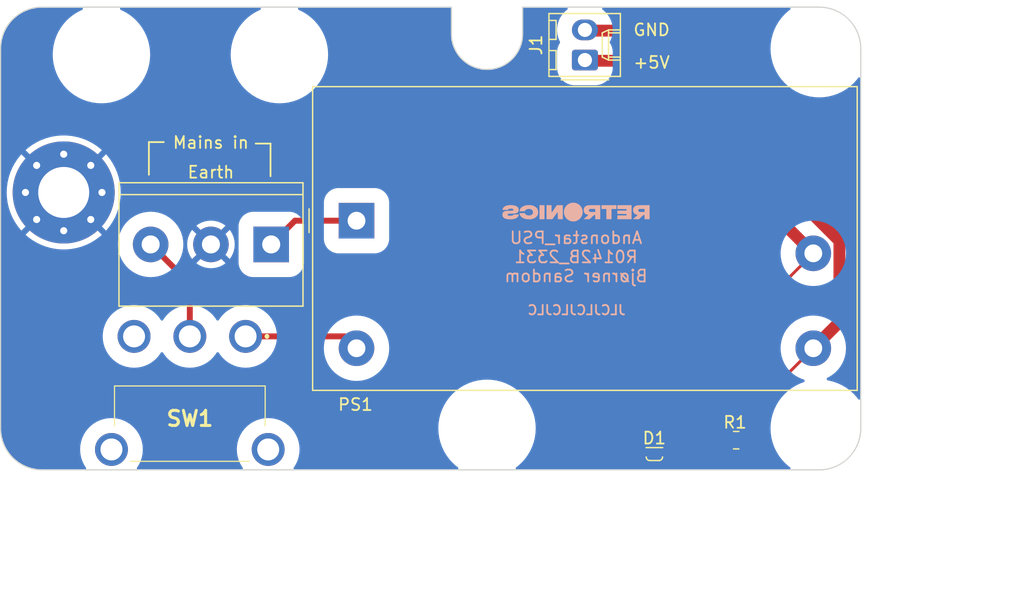
<source format=kicad_pcb>
(kicad_pcb (version 20221018) (generator pcbnew)
  (layers (0 "F.Cu" signal) (31 "B.Cu" signal) (34 "B.Paste" user) (35 "F.Paste" user) (36 "B.SilkS" user "B.Silkscreen") (37 "F.SilkS" user "F.Silkscreen") (38 "B.Mask" user) (39 "F.Mask" user) (44 "Edge.Cuts" user))
  (net 0 "")
  (net 1 "Net-(J2-Pin_1)")
  (net 2 "Net-(PS1-AC{slash}L)")
  (net 3 "GND")
  (net 4 "+5V")
  (net 5 "Net-(D1-K)")
  (net 7 "Net-(J2-Pin_3)")
  (net 8 "/Chassis")
  (footprint "MountingHole:MountingHole_3.2mm_M3" (layer "F.Cu") (at 135 70)
    (fp_text reference "H6" hide)
    (fp_text value "MountingHole")
    (pad "" np_thru_hole circle (at 0 0) (size 3.2 3.2) (drill 3.2) (layers "*.Cu" "*.Mask"))
  )
  (footprint "Connector_Molex:Molex_KK-254_AE-6410-02A_1x02_P2.54mm_Vertical" (layer "F.Cu") (at 160.75 70.4596 90)
    (fp_text reference "J1" (at 1.27 -4.12 90) (layer "F.SilkS"))
    (fp_text value "5V output")
    (fp_line (start -1.67 -2) (end -1.67 2) (stroke (width 0.12)) (layer "F.SilkS"))
    (fp_line (start -1.38 -3.03) (end -1.38 2.99) (stroke (width 0.12)) (layer "F.SilkS"))
    (fp_line (start -1.38 2.99) (end 3.92 2.99) (stroke (width 0.12)) (layer "F.SilkS"))
    (fp_line (start -0.8 -3.03) (end -0.8 -2.43) (stroke (width 0.12)) (layer "F.SilkS"))
    (fp_line (start -0.8 -2.43) (end 0.8 -2.43) (stroke (width 0.12)) (layer "F.SilkS"))
    (fp_line (start 0 1.99) (end 0.25 1.46) (stroke (width 0.12)) (layer "F.SilkS"))
    (fp_line (start 0 1.99) (end 2.54 1.99) (stroke (width 0.12)) (layer "F.SilkS"))
    (fp_line (start 0 2.99) (end 0 1.99) (stroke (width 0.12)) (layer "F.SilkS"))
    (fp_line (start 0.25 1.46) (end 2.29 1.46) (stroke (width 0.12)) (layer "F.SilkS"))
    (fp_line (start 0.25 2.99) (end 0.25 1.99) (stroke (width 0.12)) (layer "F.SilkS"))
    (fp_line (start 0.8 -2.43) (end 0.8 -3.03) (stroke (width 0.12)) (layer "F.SilkS"))
    (fp_line (start 1.74 -3.03) (end 1.74 -2.43) (stroke (width 0.12)) (layer "F.SilkS"))
    (fp_line (start 1.74 -2.43) (end 3.34 -2.43) (stroke (width 0.12)) (layer "F.SilkS"))
    (fp_line (start 2.29 1.46) (end 2.54 1.99) (stroke (width 0.12)) (layer "F.SilkS"))
    (fp_line (start 2.29 2.99) (end 2.29 1.99) (stroke (width 0.12)) (layer "F.SilkS"))
    (fp_line (start 2.54 1.99) (end 2.54 2.99) (stroke (width 0.12)) (layer "F.SilkS"))
    (fp_line (start 3.34 -2.43) (end 3.34 -3.03) (stroke (width 0.12)) (layer "F.SilkS"))
    (fp_line (start 3.92 -3.03) (end -1.38 -3.03) (stroke (width 0.12)) (layer "F.SilkS"))
    (fp_line (start 3.92 2.99) (end 3.92 -3.03) (stroke (width 0.12)) (layer "F.SilkS"))
    (pad "1" thru_hole roundrect (at 0 0 90) (size 1.74 2.19) (drill 1.19) (layers "*.Cu" "*.Mask") (roundrect_rratio 0.1436781609) (net 4 "+5V"))
    (pad "2" thru_hole oval (at 2.54 0 90) (size 1.74 2.19) (drill 1.19) (layers "*.Cu" "*.Mask") (net 3 "GND"))
  )
  (footprint "myDevices:LED_Everlight_Side_1x2.1mm" (layer "F.Cu") (at 167.705 103.426066 180)
    (fp_text reference "D1" (at 1.105 1.1 unlocked) (layer "F.SilkS"))
    (fp_text value "LED")
    (fp_line (start 0.4 0.3) (end 1.8 0.3) (stroke (width 0.12)) (layer "F.SilkS"))
    (fp_line (start 0.712133 -0.787868) (end 1.487867 -0.787868) (stroke (width 0.12)) (layer "F.SilkS"))
    (fp_arc (start 0.412133 -0.487868) (mid 0.5 -0.7) (end 0.712133 -0.787868) (stroke (width 0.12)) (layer "F.SilkS"))
    (fp_arc (start 1.487867 -0.787868) (mid 1.7 -0.700001) (end 1.787867 -0.487868) (stroke (width 0.12)) (layer "F.SilkS"))
    (pad "1" smd roundrect (at 0 0 180) (size 0.5 1) (layers "F.Cu" "F.Paste" "F.Mask") (net 5 "Net-(D1-K)"))
    (pad "2" smd roundrect (at 2.21 0 180) (size 0.5 1) (layers "F.Cu" "F.Paste" "F.Mask") (net 4 "+5V"))
  )
  (footprint "MountingHole:MountingHole_3.2mm_M3" (layer "F.Cu") (at 152.5 101.5)
    (fp_text reference "H4" hide)
    (fp_text value "MountingHole")
    (pad "" np_thru_hole circle locked (at 0 0) (size 3.2 3.2) (drill 3.2) (layers "*.Cu" "*.Mask"))
  )
  (footprint "myDevices:Converter_ACDC_MeanWell_IRM-10-xx_THT" (layer "F.Cu") (at 141.5 84)
    (fp_text reference "PS1" (at -0.0925 15.5 180) (layer "F.SilkS"))
    (fp_text value "IRM-10-5")
    (fp_line (start -4 -1) (end -4 1) (stroke (width 0.12)) (layer "F.SilkS"))
    (fp_line (start -3.7 -11.3) (end -3.7 14.3) (stroke (width 0.12)) (layer "F.SilkS"))
    (fp_line (start -3.7 -11.3) (end 42.2 -11.3) (stroke (width 0.12)) (layer "F.SilkS"))
    (fp_line (start -3.7 14.3) (end 42.2 14.3) (stroke (width 0.12)) (layer "F.SilkS"))
    (fp_line (start 42.2 -11.3) (end 42.2 14.3) (stroke (width 0.12)) (layer "F.SilkS"))
    (pad "1" thru_hole rect (at 0 0) (size 3 3) (drill 1.5) (layers "*.Cu" "*.Mask") (net 1 "Net-(J2-Pin_1)"))
    (pad "2" thru_hole circle (at 0 10.75) (size 3 3) (drill 1.5) (layers "*.Cu" "*.Mask") (net 2 "Net-(PS1-AC{slash}L)"))
    (pad "3" thru_hole circle (at 38.5 10.75) (size 3 3) (drill 1.5) (layers "*.Cu" "*.Mask") (net 3 "GND"))
    (pad "4" thru_hole circle (at 38.5 2.75) (size 3 3) (drill 1.5) (layers "*.Cu" "*.Mask") (net 4 "+5V"))
  )
  (footprint "MountingHole:MountingHole_3.2mm_M3" (layer "F.Cu") (at 120 70)
    (fp_text reference "H5" hide)
    (fp_text value "MountingHole")
    (pad "" np_thru_hole circle (at 0 0) (size 3.2 3.2) (drill 3.2) (layers "*.Cu" "*.Mask"))
  )
  (footprint "MountingHole:MountingHole_3.2mm_M3" (layer "F.Cu") (at 180.5 69.5)
    (fp_text reference "H2" hide)
    (fp_text value "MountingHole")
    (pad "" np_thru_hole circle locked (at 0 0) (size 3.2 3.2) (drill 3.2) (layers "*.Cu" "*.Mask"))
  )
  (footprint "MountingHole:MountingHole_3.2mm_M3" (layer "F.Cu") (at 180.5 101.5)
    (fp_text reference "H3" hide)
    (fp_text value "MountingHole")
    (pad "" np_thru_hole circle locked (at 0 0) (size 3.2 3.2) (drill 3.2) (layers "*.Cu" "*.Mask"))
  )
  (footprint "Retronics_Connectors:ScrewTerminal_DB128L-5.08-3P-BK-S" (layer "F.Cu") (at 134.3085 86 180)
    (fp_text reference "J2" hide)
    (fp_text value "Mains in")
    (fp_line (start -2.68 -5.2) (end -2.68 5.2) (stroke (width 0.12)) (layer "F.SilkS"))
    (fp_line (start -2.68 5.2) (end 12.83 5.2) (stroke (width 0.12)) (layer "F.SilkS"))
    (fp_line (start 12.78 4.2) (end -2.65 4.2) (stroke (width 0.12)) (layer "F.SilkS"))
    (fp_line (start 12.83 -5.2) (end -2.68 -5.2) (stroke (width 0.12)) (layer "F.SilkS"))
    (fp_line (start 12.83 5.2) (end 12.83 -5.2) (stroke (width 0.12)) (layer "F.SilkS"))
    (pad "1" thru_hole rect (at 0 0 180) (size 3 3) (drill 1.52) (layers "*.Cu" "*.Mask") (net 1 "Net-(J2-Pin_1)"))
    (pad "2" thru_hole circle (at 5.08 0 180) (size 3 3) (drill 1.52) (layers "*.Cu" "*.Mask") (net 8 "/Chassis"))
    (pad "3" thru_hole circle (at 10.16 0 180) (size 3 3) (drill 1.52) (layers "*.Cu" "*.Mask") (net 7 "Net-(J2-Pin_3)"))
  )
  (footprint "myDevices:1101M2S3ABE2" (layer "F.Cu") (at 132.15 93.75)
    (fp_text reference "SW1" (at -4.7 6.931) (layer "F.SilkS") (effects (font (size 1.27 1.27) (thickness 0.254))))
    (fp_text value "SW_SPDT" hide)
    (fp_line (start -11.05 4.18) (end 1.65 4.18) (stroke (width 0.1)) (layer "F.SilkS"))
    (fp_line (start -11.05 7.53) (end -11.05 4.18) (stroke (width 0.1)) (layer "F.SilkS"))
    (fp_line (start -9.7 10.53) (end 0.3 10.53) (stroke (width 0.1)) (layer "F.SilkS"))
    (fp_line (start 1.65 4.18) (end 1.65 7.53) (stroke (width 0.1)) (layer "F.SilkS"))
    (fp_line (start 1.8 -0.1) (end 1.8 -0.1) (stroke (width 0.2)) (layer "F.SilkS"))
    (fp_line (start 1.8 0.1) (end 1.8 0.1) (stroke (width 0.2)) (layer "F.SilkS"))
    (fp_arc (start 1.8 -0.1) (mid 1.9 0) (end 1.8 0.1) (stroke (width 0.2)) (layer "F.SilkS"))
    (fp_arc (start 1.8 0.1) (mid 1.7 0) (end 1.8 -0.1) (stroke (width 0.2)) (layer "F.SilkS"))
    (pad "1" thru_hole circle (at 0 0) (size 2.775 2.775) (drill 1.85) (layers "*.Cu" "*.Mask") (net 2 "Net-(PS1-AC{slash}L)"))
    (pad "2" thru_hole circle (at -4.7 0) (size 2.775 2.775) (drill 1.85) (layers "*.Cu" "*.Mask") (net 7 "Net-(J2-Pin_3)"))
    (pad "3" thru_hole circle (at -9.4 0) (size 2.775 2.775) (drill 1.85) (layers "*.Cu" "*.Mask"))
    (pad "4" thru_hole circle (at -11.305 9.53) (size 2.775 2.775) (drill 1.85) (layers "*.Cu" "*.Mask"))
    (pad "5" thru_hole circle (at 1.905 9.53) (size 2.775 2.775) (drill 1.85) (layers "*.Cu" "*.Mask"))
  )
  (footprint "MountingHole:MountingHole_4.3mm_M4_Pad_Via" (layer "F.Cu") (at 116.819581 81.619581)
    (fp_text reference "H1" hide)
    (fp_text value "Chassis")
    (pad "1" thru_hole circle locked (at -3.225 0) (size 0.9 0.9) (drill 0.6) (layers "*.Cu" "*.Mask") (net 8 "/Chassis"))
    (pad "1" thru_hole circle locked (at -2.280419 -2.280419) (size 0.9 0.9) (drill 0.6) (layers "*.Cu" "*.Mask") (net 8 "/Chassis"))
    (pad "1" thru_hole circle locked (at -2.280419 2.280419) (size 0.9 0.9) (drill 0.6) (layers "*.Cu" "*.Mask") (net 8 "/Chassis"))
    (pad "1" thru_hole circle locked (at 0 -3.225) (size 0.9 0.9) (drill 0.6) (layers "*.Cu" "*.Mask") (net 8 "/Chassis"))
    (pad "1" thru_hole circle locked (at 0 0) (size 8.6 8.6) (drill 4.3) (layers "*.Cu" "*.Mask") (net 8 "/Chassis"))
    (pad "1" thru_hole circle locked (at 0 3.225) (size 0.9 0.9) (drill 0.6) (layers "*.Cu" "*.Mask") (net 8 "/Chassis"))
    (pad "1" thru_hole circle locked (at 2.280419 -2.280419) (size 0.9 0.9) (drill 0.6) (layers "*.Cu" "*.Mask") (net 8 "/Chassis"))
    (pad "1" thru_hole circle locked (at 2.280419 2.280419) (size 0.9 0.9) (drill 0.6) (layers "*.Cu" "*.Mask") (net 8 "/Chassis"))
    (pad "1" thru_hole circle locked (at 3.225 0) (size 0.9 0.9) (drill 0.6) (layers "*.Cu" "*.Mask") (net 8 "/Chassis"))
  )
  (footprint "Resistor_SMD:R_0805_2012Metric_Pad1.20x1.40mm_HandSolder" (layer "F.Cu") (at 173.5 102.5)
    (fp_text reference "R1" (at -0.1 -1.5) (layer "F.SilkS"))
    (fp_text value "560Ω")
    (fp_line (start -0.227064 -0.735) (end 0.227064 -0.735) (stroke (width 0.12)) (layer "F.SilkS"))
    (fp_line (start -0.227064 0.735) (end 0.227064 0.735) (stroke (width 0.12)) (layer "F.SilkS"))
    (pad "1" smd roundrect (at -1 0) (size 1.2 1.4) (layers "F.Cu" "F.Paste" "F.Mask") (roundrect_rratio 0.2083333333) (net 5 "Net-(D1-K)"))
    (pad "2" smd roundrect (at 1 0) (size 1.2 1.4) (layers "F.Cu" "F.Paste" "F.Mask") (roundrect_rratio 0.2083333333) (net 3 "GND"))
  )
  (footprint "Icons_Graphics:retronics_logo_14mm" (layer "B.Cu") (at 159.996672 83.25 180)
    (fp_text reference "G***" hide)
    (fp_text value "LOGO" hide)
    (fp_poly (pts (xy 3.075737 -0.626332) (xy 2.650726 -0.626332) (xy 2.650726 0.559225) (xy 3.075737 0.559225)) (fill solid) (layer "B.SilkS"))
    (fp_poly (pts (xy -2.147424 0.234875) (xy -2.561251 0.234875) (xy -2.561251 -0.626332) (xy -2.997446 -0.626332) (xy -2.997446 0.234875) (xy -3.411273 0.234875) (xy -3.411273 0.559225) (xy -2.147424 0.559225)) (fill solid) (layer "B.SilkS"))
    (fp_poly (pts (xy -3.489564 0.235169) (xy -3.872634 0.232226) (xy -4.255703 0.229283) (xy -4.262411 0.100661) (xy -3.489564 0.100661) (xy -3.489564 -0.178658) (xy -3.872634 -0.181601) (xy -4.255703 -0.184544) (xy -4.259083 -0.243262) (xy -4.262464 -0.301981) (xy -3.489564 -0.301981) (xy -3.489564 -0.626332) (xy -4.686306 -0.626332) (xy -4.686306 0.559225) (xy -3.489564 0.559225)) (fill solid) (layer "B.SilkS"))
    (fp_poly (pts (xy 2.482959 -0.626332) (xy 2.234104 -0.626061) (xy 1.985248 -0.62579) (xy 1.773232 -0.329508) (xy 1.72178 -0.258205) (xy 1.674126 -0.193305) (xy 1.631884 -0.13692) (xy 1.596672 -0.091163) (xy 1.570106 -0.058147) (xy 1.553801 -0.039984) (xy 1.549542 -0.037113) (xy 1.545434 -0.049662) (xy 1.54191 -0.084007) (xy 1.538998 -0.139585) (xy 1.536727 -0.21583) (xy 1.535123 -0.312177) (xy 1.534887 -0.333665) (xy 1.531905 -0.626332) (xy 1.107265 -0.626332) (xy 1.107265 0.559225) (xy 1.361713 0.558961) (xy 1.61616 0.558696) (xy 1.823073 0.25158) (xy 1.873029 0.178031) (xy 1.919479 0.110788) (xy 1.96086 0.052026) (xy 1.995609 0.003919) (xy 2.022161 -0.031356) (xy 2.038955 -0.051626) (xy 2.043967 -0.055729) (xy 2.048295 -0.050927) (xy 2.051697 -0.035077) (xy 2.054261 -0.00621) (xy 2.056078 0.037641) (xy 2.057236 0.098443) (xy 2.057825 0.178166) (xy 2.057948 0.251652) (xy 2.057948 0.559225) (xy 2.482959 0.559225)) (fill solid) (layer "B.SilkS"))
    (fp_poly (pts (xy 0.308238 0.767339) (xy 0.386893 0.755606) (xy 0.437524 0.741689) (xy 0.497781 0.72075) (xy 0.55762 0.696408) (xy 0.581049 0.685638) (xy 0.632714 0.659367) (xy 0.674606 0.633782) (xy 0.713581 0.603884) (xy 0.756495 0.564672) (xy 0.783822 0.537763) (xy 0.830169 0.48985) (xy 0.864494 0.449592) (xy 0.891795 0.410132) (xy 0.917074 0.364614) (xy 0.931696 0.334991) (xy 0.975414 0.231291) (xy 1.002701 0.133519) (xy 1.015112 0.034302) (xy 1.014965 -0.060004) (xy 0.997762 -0.19148) (xy 0.960581 -0.315089) (xy 0.904933 -0.429092) (xy 0.832332 -0.531748) (xy 0.74429 -0.621315) (xy 0.642318 -0.696053) (xy 0.527929 -0.75422) (xy 0.402635 -0.794077) (xy 0.37161 -0.800629) (xy 0.306832 -0.809678) (xy 0.235839 -0.814219) (xy 0.16791 -0.813969) (xy 0.112323 -0.808645) (xy 0.111845 -0.808563) (xy -0.021371 -0.774817) (xy -0.143963 -0.722282) (xy -0.254434 -0.652049) (xy -0.351285 -0.56521) (xy -0.433015 -0.462855) (xy -0.484725 -0.374111) (xy -0.53325 -0.253816) (xy -0.5608 -0.130999) (xy -0.56828 -0.007801) (xy -0.556592 0.113639) (xy -0.526641 0.231183) (xy -0.479329 0.34269) (xy -0.41556 0.446022) (xy -0.336238 0.539038) (xy -0.242266 0.619599) (xy -0.134548 0.685567) (xy -0.016777 0.733911) (xy 0.086992 0.758553) (xy 0.198263 0.769854)) (fill solid) (layer "B.SilkS"))
    (fp_poly (pts (xy -5.723668 0.559141) (xy -5.610297 0.558846) (xy -5.504408 0.558036) (xy -5.4084 0.556761) (xy -5.324675 0.555072) (xy -5.255634 0.553018) (xy -5.203677 0.55065) (xy -5.171204 0.54802) (xy -5.167239 0.547463) (xy -5.069038 0.522415) (xy -4.984002 0.481263) (xy -4.913761 0.42513) (xy -4.859948 0.355138) (xy -4.844229 0.325318) (xy -4.830596 0.293602) (xy -4.821943 0.264295) (xy -4.817181 0.230697) (xy -4.815218 0.186105) (xy -4.814928 0.145134) (xy -4.815404 0.090742) (xy -4.817715 0.051801) (xy -4.82318 0.021399) (xy -4.83312 -0.007377) (xy -4.848855 -0.041438) (xy -4.851668 -0.047168) (xy -4.898197 -0.119645) (xy -4.959296 -0.17659) (xy -5.036248 -0.218936) (xy -5.125808 -0.246629) (xy -5.161129 -0.255423) (xy -5.186406 -0.263492) (xy -5.194979 -0.268068) (xy -5.188073 -0.276978) (xy -5.166348 -0.298221) (xy -5.13209 -0.32972) (xy -5.087588 -0.369395) (xy -5.035129 -0.415169) (xy -4.997011 -0.447923) (xy -4.794693 -0.620739) (xy -5.054529 -0.623744) (xy -5.314365 -0.626748) (xy -5.5048 -0.444792) (xy -5.565802 -0.386734) (xy -5.613139 -0.342457) (xy -5.649153 -0.310115) (xy -5.676186 -0.287866) (xy -5.696582 -0.273866) (xy -5.712684 -0.26627) (xy -5.726833 -0.263235) (xy -5.736014 -0.262835) (xy -5.776795 -0.262835) (xy -5.779868 -0.444583) (xy -5.782941 -0.626332) (xy -6.207398 -0.626332) (xy -6.207398 -0.011184) (xy -5.78312 -0.011184) (xy -5.567452 -0.011167) (xy -5.489839 -0.010886) (xy -5.431132 -0.009881) (xy -5.387872 -0.007886) (xy -5.356602 -0.004636) (xy -5.333862 0.000135) (xy -5.316194 0.006694) (xy -5.312638 0.008406) (xy -5.277631 0.037123) (xy -5.256957 0.077241) (xy -5.250833 0.122811) (xy -5.259473 0.167885) (xy -5.283093 0.206514) (xy -5.304818 0.22429) (xy -5.318861 0.231889) (xy -5.334872 0.237428) (xy -5.356288 0.241166) (xy -5.386551 0.243361) (xy -5.429098 0.244271) (xy -5.48737 0.244155) (xy -5.558697 0.243353) (xy -5.776795 0.240467) (xy -5.779957 0.114642) (xy -5.78312 -0.011184) (xy -6.207398 -0.011184) (xy -6.207398 0.559225)) (fill solid) (layer "B.SilkS"))
    (fp_poly (pts (xy -1.563034 0.559141) (xy -1.449663 0.558846) (xy -1.343774 0.558036) (xy -1.247766 0.556761) (xy -1.164041 0.555072) (xy -1.095 0.553018) (xy -1.043043 0.55065) (xy -1.01057 0.54802) (xy -1.006605 0.547463) (xy -0.908404 0.522415) (xy -0.823368 0.481263) (xy -0.753127 0.42513) (xy -0.699314 0.355138) (xy -0.683595 0.325318) (xy -0.669962 0.293602) (xy -0.661309 0.264295) (xy -0.656546 0.230697) (xy -0.654584 0.186105) (xy -0.654294 0.145134) (xy -0.65477 0.090742) (xy -0.657081 0.051801) (xy -0.662546 0.021399) (xy -0.672486 -0.007377) (xy -0.688221 -0.041438) (xy -0.691034 -0.047168) (xy -0.737563 -0.119645) (xy -0.798662 -0.17659) (xy -0.875614 -0.218936) (xy -0.965174 -0.246629) (xy -1.000495 -0.255423) (xy -1.025772 -0.263492) (xy -1.034345 -0.268068) (xy -1.027439 -0.276978) (xy -1.005714 -0.298221) (xy -0.971456 -0.32972) (xy -0.926954 -0.369395) (xy -0.874495 -0.415169) (xy -0.836377 -0.447923) (xy -0.634059 -0.620739) (xy -0.893895 -0.623744) (xy -1.153731 -0.626748) (xy -1.344166 -0.444792) (xy -1.405168 -0.386734) (xy -1.452505 -0.342457) (xy -1.488518 -0.310115) (xy -1.515552 -0.287866) (xy -1.535948 -0.273866) (xy -1.552049 -0.26627) (xy -1.566199 -0.263235) (xy -1.57538 -0.262835) (xy -1.616161 -0.262835) (xy -1.619234 -0.444583) (xy -1.622307 -0.626332) (xy -2.046764 -0.626332) (xy -2.046764 -0.011184) (xy -1.622486 -0.011184) (xy -1.406818 -0.011167) (xy -1.329205 -0.010886) (xy -1.270498 -0.009881) (xy -1.227238 -0.007886) (xy -1.195968 -0.004636) (xy -1.173228 0.000135) (xy -1.15556 0.006694) (xy -1.152004 0.008406) (xy -1.116997 0.037123) (xy -1.096323 0.077241) (xy -1.090199 0.122811) (xy -1.098839 0.167885) (xy -1.122459 0.206514) (xy -1.144184 0.22429) (xy -1.158227 0.231889) (xy -1.174238 0.237428) (xy -1.195654 0.241166) (xy -1.225917 0.243361) (xy -1.268464 0.244271) (xy -1.326736 0.244155) (xy -1.398063 0.243353) (xy -1.616161 0.240467) (xy -1.619323 0.114642) (xy -1.622486 -0.011184) (xy -2.046764 -0.011184) (xy -2.046764 0.559225)) (fill solid) (layer "B.SilkS"))
    (fp_poly (pts (xy 4.096773 0.56052) (xy 4.17723 0.552939) (xy 4.233254 0.543427) (xy 4.351917 0.509371) (xy 4.458389 0.463119) (xy 4.551021 0.406086) (xy 4.628164 0.339687) (xy 4.688168 0.265337) (xy 4.729384 0.184452) (xy 4.749971 0.100099) (xy 4.756528 0.044738) (xy 4.532034 0.044738) (xy 4.455831 0.044829) (xy 4.39902 0.045298) (xy 4.358625 0.046442) (xy 4.33167 0.048557) (xy 4.315177 0.051941) (xy 4.306172 0.05689) (xy 4.301676 0.063701) (xy 4.300207 0.067842) (xy 4.288454 0.090271) (xy 4.267627 0.1192) (xy 4.258518 0.130075) (xy 4.204367 0.175915) (xy 4.135611 0.209929) (xy 4.056976 0.231547) (xy 3.973186 0.240197) (xy 3.888968 0.235311) (xy 3.809047 0.216317) (xy 3.752399 0.191156) (xy 3.696707 0.147942) (xy 3.656068 0.091729) (xy 3.631351 0.026811) (xy 3.623424 -0.042514) (xy 3.633155 -0.111951) (xy 3.661412 -0.177204) (xy 3.674147 -0.196015) (xy 3.718806 -0.238557) (xy 3.779362 -0.271345) (xy 3.851296 -0.293766) (xy 3.930086 -0.305203) (xy 4.011214 -0.305042) (xy 4.090159 -0.292669) (xy 4.162401 -0.267467) (xy 4.170435 -0.263536) (xy 4.215154 -0.235104) (xy 4.255996 -0.199036) (xy 4.286941 -0.161298) (xy 4.300207 -0.134948) (xy 4.303574 -0.127107) (xy 4.309982 -0.121275) (xy 4.322408 -0.117155) (xy 4.34383 -0.114451) (xy 4.377224 -0.112865) (xy 4.425568 -0.1121) (xy 4.491839 -0.11186) (xy 4.53193 -0.111845) (xy 4.756321 -0.111845) (xy 4.750829 -0.16057) (xy 4.738677 -0.213311) (xy 4.715121 -0.273949) (xy 4.683973 -0.333979) (xy 4.651799 -0.381476) (xy 4.593615 -0.440586) (xy 4.517757 -0.495523) (xy 4.42886 -0.543763) (xy 4.331557 -0.58278) (xy 4.233333 -0.609467) (xy 4.172521 -0.619069) (xy 4.097908 -0.626385) (xy 4.016503 -0.631141) (xy 3.935315 -0.633064) (xy 3.861352 -0.631879) (xy 3.801624 -0.627313) (xy 3.795885 -0.626545) (xy 3.665135 -0.59965) (xy 3.546594 -0.558326) (xy 3.441996 -0.503575) (xy 3.353075 -0.436397) (xy 3.281564 -0.357796) (xy 3.251265 -0.311763) (xy 3.212565 -0.224105) (xy 3.190275 -0.126435) (xy 3.184268 -0.023802) (xy 3.194417 0.078741) (xy 3.220594 0.176145) (xy 3.262673 0.263359) (xy 3.265878 0.268436) (xy 3.325626 0.342389) (xy 3.404242 0.409176) (xy 3.498869 0.466956) (xy 3.606649 0.513891) (xy 3.685292 0.538485) (xy 3.748216 0.550699) (xy 3.827006 0.559065) (xy 3.915482 0.563528) (xy 4.007464 0.564032)) (fill solid) (layer "B.SilkS"))
    (fp_poly (pts (xy 5.623007 0.561476) (xy 5.719382 0.549594) (xy 5.7992 0.534806) (xy 5.868227 0.515683) (xy 5.932227 0.490797) (xy 5.959308 0.478129) (xy 6.044126 0.426368) (xy 6.111507 0.363206) (xy 6.160197 0.290156) (xy 6.188942 0.208732) (xy 6.190981 0.198525) (xy 6.198702 0.156583) (xy 5.758573 0.156583) (xy 5.731376 0.188906) (xy 5.692766 0.221893) (xy 5.639361 0.24535) (xy 5.568823 0.260077) (xy 5.507287 0.265661) (xy 5.429308 0.26643) (xy 5.368775 0.258517) (xy 5.322225 0.241188) (xy 5.293064 0.220363) (xy 5.271434 0.188542) (xy 5.269362 0.154503) (xy 5.28656 0.12422) (xy 5.298148 0.114899) (xy 5.309984 0.108711) (xy 5.326345 0.103747) (xy 5.349977 0.099777) (xy 5.383626 0.096573) (xy 5.430038 0.093906) (xy 5.491959 0.091547) (xy 5.572134 0.089267) (xy 5.619702 0.08809) (xy 5.711391 0.085706) (xy 5.783952 0.083274) (xy 5.840624 0.080524) (xy 5.884648 0.077185) (xy 5.919263 0.072987) (xy 5.947709 0.067658) (xy 5.973225 0.060929) (xy 5.983707 0.057664) (xy 6.057409 0.026081) (xy 6.114167 -0.016976) (xy 6.157824 -0.074713) (xy 6.170285 -0.098092) (xy 6.187055 -0.135923) (xy 6.196467 -0.16969) (xy 6.200367 -0.208701) (xy 6.200742 -0.251651) (xy 6.196473 -0.319583) (xy 6.185664 -0.371065) (xy 6.180967 -0.383318) (xy 6.148323 -0.437285) (xy 6.101707 -0.489824) (xy 6.048517 -0.532902) (xy 6.036108 -0.540641) (xy 5.960167 -0.5756) (xy 5.866408 -0.602951) (xy 5.758199 -0.622277) (xy 5.638904 -0.633161) (xy 5.51189 -0.635184) (xy 5.380521 -0.627929) (xy 5.353776 -0.625302) (xy 5.23242 -0.605576) (xy 5.122313 -0.573754) (xy 5.026254 -0.530939) (xy 4.947042 -0.478232) (xy 4.921022 -0.454941) (xy 4.881622 -0.408387) (xy 4.849381 -0.35529) (xy 4.82787 -0.302585) (xy 4.820628 -0.260039) (xy 4.820519 -0.22369) (xy 5.246974 -0.22369) (xy 5.274367 -0.256244) (xy 5.312476 -0.287536) (xy 5.367859 -0.310538) (xy 5.441923 -0.325695) (xy 5.516627 -0.332529) (xy 5.604095 -0.333507) (xy 5.671485 -0.325564) (xy 5.719324 -0.308482) (xy 5.748139 -0.282044) (xy 5.758459 -0.246033) (xy 5.758008 -0.233124) (xy 5.750716 -0.204596) (xy 5.731323 -0.185134) (xy 5.715279 -0.176173) (xy 5.698463 -0.169255) (xy 5.677398 -0.164144) (xy 5.648671 -0.160583) (xy 5.608868 -0.158315) (xy 5.554578 -0.157081) (xy 5.482386 -0.156624) (xy 5.456049 -0.1566) (xy 5.332544 -0.155214) (xy 5.228916 -0.150749) (xy 5.142824 -0.142713) (xy 5.071924 -0.130614) (xy 5.013875 -0.113957) (xy 4.966336 -0.092253) (xy 4.926963 -0.065006) (xy 4.900603 -0.039794) (xy 4.855966 0.024351) (xy 4.829862 0.097316) (xy 4.822467 0.175136) (xy 4.833956 0.253848) (xy 4.864506 0.329489) (xy 4.882904 0.359161) (xy 4.933435 0.413947) (xy 5.002709 0.461623) (xy 5.088027 0.501452) (xy 5.186689 0.532696) (xy 5.295996 0.554617) (xy 5.413249 0.566476) (xy 5.535747 0.567537)) (fill solid) (layer "B.SilkS"))
  )
  (gr_line (start 134.25 77.5) (end 134.25 80.25) (stroke (width 0.15)) (layer "F.SilkS"))
  (gr_line (start 124 77.375) (end 124 80.125) (stroke (width 0.15)) (layer "F.SilkS"))
  (gr_line (start 133 77.5) (end 134.25 77.5) (stroke (width 0.15)) (layer "F.SilkS"))
  (gr_line (start 125.25 77.375) (end 124 77.375) (stroke (width 0.15)) (layer "F.SilkS"))
  (gr_arc (start 111.5 69.5) (mid 112.525126 67.025126) (end 115 66) (stroke (width 0.1)) (layer "Edge.Cuts"))
  (gr_line (start 111.5 101.5) (end 111.5 69.5) (stroke (width 0.1)) (layer "Edge.Cuts"))
  (gr_line (start 180.5 105) (end 115 105) (stroke (width 0.1)) (layer "Edge.Cuts"))
  (gr_arc (start 155.5 68.25) (mid 152.5 71.25) (end 149.5 68.25) (stroke (width 0.1)) (layer "Edge.Cuts"))
  (gr_arc (start 184 101.5) (mid 182.974874 103.974874) (end 180.5 105) (stroke (width 0.1)) (layer "Edge.Cuts"))
  (gr_line (start 115 66) (end 149.5 66) (stroke (width 0.1)) (layer "Edge.Cuts"))
  (gr_line (start 184 69.5) (end 184 101.5) (stroke (width 0.1)) (layer "Edge.Cuts"))
  (gr_line (start 149.5 68.25) (end 149.5 66) (stroke (width 0.1)) (layer "Edge.Cuts"))
  (gr_arc (start 115 105) (mid 112.525126 103.974874) (end 111.5 101.5) (stroke (width 0.1)) (layer "Edge.Cuts"))
  (gr_line (start 155.5 68.25) (end 155.5 66) (stroke (width 0.1)) (layer "Edge.Cuts"))
  (gr_arc (start 180.5 66) (mid 182.974874 67.025126) (end 184 69.5) (stroke (width 0.1)) (layer "Edge.Cuts"))
  (gr_line (start 155.5 66) (end 180.5 66) (stroke (width 0.1)) (layer "Edge.Cuts"))
  (gr_text "JLCJLCJLCJLC" (at 164.259286 92) (layer "B.SilkS") (effects (font (size 0.8 0.8)) (justify left bottom mirror)))
  (gr_text "Andonstar_PSU\nR0142B_2331\nBjørner Sandom\n" (at 160 89.25) (layer "B.SilkS") (effects (font (size 1 1)) (justify bottom mirror)))
  (gr_text "Mains in" (at 125.934524 78) (layer "F.SilkS") (effects (font (size 1 1)) (justify left bottom)))
  (gr_text "Earth" (at 127.172619 80.5) (layer "F.SilkS") (effects (font (size 1 1)) (justify left bottom)))
  (gr_text "GND" (at 164.75 68.5) (layer "F.SilkS") (effects (font (size 1 1)) (justify left bottom)))
  (gr_text "+5V" (at 164.75 71.25) (layer "F.SilkS") (effects (font (size 1 1)) (justify left bottom)))
  (segment (start 136.3085 84) (end 134.3085 86) (width 0.5) (layer "F.Cu") (net 1))
  (segment (start 141.5 84) (end 136.3085 84) (width 0.5) (layer "F.Cu") (net 1))
  (segment (start 140.5 93.75) (end 141.5 94.75) (width 0.5) (layer "F.Cu") (net 2))
  (segment (start 132.15 93.75) (end 140.5 93.75) (width 0.5) (layer "F.Cu") (net 2))
  (segment (start 182.2 85.7) (end 164.48 67.98) (width 1) (layer "F.Cu") (net 3))
  (segment (start 180 94.75) (end 182.2 92.55) (width 1) (layer "F.Cu") (net 3))
  (segment (start 174.5 100.25) (end 180 94.75) (width 0.25) (layer "F.Cu") (net 3))
  (segment (start 174.5 102.5) (end 174.5 100.25) (width 0.25) (layer "F.Cu") (net 3))
  (segment (start 182.2 92.55) (end 182.2 85.7) (width 1) (layer "F.Cu") (net 3))
  (segment (start 164.48 67.98) (end 160.75 67.98) (width 1) (layer "F.Cu") (net 3))
  (segment (start 163.77 70.52) (end 180 86.75) (width 1) (layer "F.Cu") (net 4))
  (segment (start 165.495 101.255) (end 180 86.75) (width 0.25) (layer "F.Cu") (net 4))
  (segment (start 165.495 103.426066) (end 165.495 101.255) (width 0.25) (layer "F.Cu") (net 4))
  (segment (start 160.75 70.52) (end 163.77 70.52) (width 1) (layer "F.Cu") (net 4))
  (segment (start 167.705 103.426066) (end 171.573934 103.426066) (width 0.25) (layer "F.Cu") (net 5))
  (segment (start 171.573934 103.426066) (end 172.5 102.5) (width 0.25) (layer "F.Cu") (net 5))
  (segment (start 127.45 93.75) (end 127.45 89.3015) (width 0.5) (layer "F.Cu") (net 7))
  (segment (start 127.45 89.3015) (end 124.1485 86) (width 0.5) (layer "F.Cu") (net 7))
  (zone (net 8) (net_name "/Chassis") (layer "B.Cu") (connect_pads (clearance 0.5)) (min_thickness 0.25) (fill yes (thermal_gap 0.5) (thermal_bridge_width 0.5))
    (polygon (pts (xy 111.5 66) (xy 184 66) (xy 184 105) (xy 111.5 105)))
  )
)
</source>
